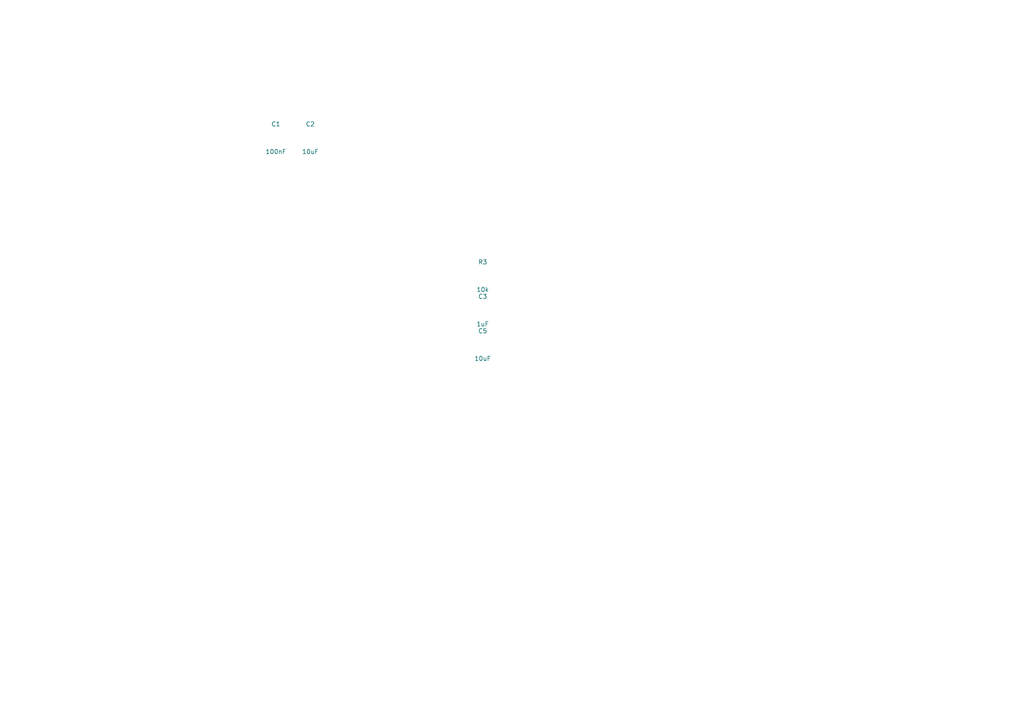
<source format=kicad_sch>
(kicad_sch
  (version 20211014)
  (generator "schematic-agent")
  (paper "A4")
  (title_block (title "Smart Humidity Sensor"))
  (symbol
    (lib_id "Connector_Generic:Conn_01x06")
    (at 100 80 0)
    (unit 1)
    (in_bom yes)
    (on_board yes)
    (uuid "2c4a7d5f-9c1b-4f3e-b0a7-8f7b2c1d3e10")
    (property "Reference" "U1" (at 100 76 0) (effects (font (size 1.27 1.27))))
    (property "Value" "ESP32-WROOM-32" (at 100 84 0) (effects (font (size 1.27 1.27))))
    (property "Footprint" "Package_QFN:QFN-38_6x6mm_P0.8mm" (at 100 86 0) (effects (font (size 1.27 1.27))) (hide yes)))
  (symbol
    (lib_id "Connector_Generic:Conn_01x06")
    (at 160 50 0)
    (unit 1)
    (in_bom yes)
    (on_board yes)
    (uuid "1f0b6a2d-3c4e-41d8-8d0a-8c4b7f1e2a33")
    (property "Reference" "U2" (at 160 46 0) (effects (font (size 1.27 1.27))))
    (property "Value" "HIH-4030-001" (at 160 54 0) (effects (font (size 1.27 1.27))))
    (property "Footprint" "Package_TO-92:TO-92-3" (at 160 56 0) (effects (font (size 1.27 1.27))) (hide yes)))
  (symbol
    (lib_id "Connector_Generic:Conn_01x06")
    (at 160 90 0)
    (unit 1)
    (in_bom yes)
    (on_board yes)
    (uuid "e8ab1d23-7d2c-4c7b-9c0f-1b2a3c4d5e6f")
    (property "Reference" "U3" (at 160 86 0) (effects (font (size 1.27 1.27))))
    (property "Value" "BQ27441" (at 160 94 0) (effects (font (size 1.27 1.27))))
    (property "Footprint" "Package_VSSOP:VSSOP-8_3x3mm_P0.5mm" (at 160 96 0) (effects (font (size 1.27 1.27))) (hide yes)))
  (symbol
    (lib_id "Device:C")
    (at 160 120 0)
    (unit 1)
    (in_bom yes)
    (on_board yes)
    (uuid "b5d6c7e8-9f0a-413b-8c2d-7e6f5a4b3c21")
    (property "Reference" "U4" (at 160 116 0) (effects (font (size 1.27 1.27))))
    (property "Value" "MCP73831" (at 160 124 0) (effects (font (size 1.27 1.27))))
    (property "Footprint" "Package_SOT:SOT-23-5" (at 160 126 0) (effects (font (size 1.27 1.27))) (hide yes)))
  (symbol
    (lib_id "Device:C")
    (at 80 40 0)
    (unit 1)
    (in_bom yes)
    (on_board yes)
    (uuid "f0a1b2c3-d4e5-46f7-98a7-b6c5d4e3f2a1")
    (property "Reference" "C1" (at 80 36 0) (effects (font (size 1.27 1.27))))
    (property "Value" "100nF" (at 80 44 0) (effects (font (size 1.27 1.27))))
    (property "Footprint" "Capacitor_0603" (at 80 46 0) (effects (font (size 1.27 1.27))) (hide yes)))
  (symbol
    (lib_id "Device:C")
    (at 90 40 0)
    (unit 1)
    (in_bom yes)
    (on_board yes)
    (uuid "c2d3e4f5-a6b7-489c-9012-3d4e5f6a7b8c")
    (property "Reference" "C2" (at 90 36 0) (effects (font (size 1.27 1.27))))
    (property "Value" "10uF" (at 90 44 0) (effects (font (size 1.27 1.27))))
    (property "Footprint" "Capacitor_0603" (at 90 46 0) (effects (font (size 1.27 1.27))) (hide yes)))
  (symbol
    (lib_id "Device:C")
    (at 140 90 0)
    (unit 1)
    (in_bom yes)
    (on_board yes)
    (uuid "4a6b7c8d-9e0f-4a1b-82c3-d4e5f6a7b8c9")
    (property "Reference" "C3" (at 140 86 0) (effects (font (size 1.27 1.27))))
    (property "Value" "1uF" (at 140 94 0) (effects (font (size 1.27 1.27))))
    (property "Footprint" "Capacitor_0603" (at 140 96 0) (effects (font (size 1.27 1.27))) (hide yes)))
  (symbol
    (lib_id "Device:C")
    (at 140 50 0)
    (unit 1)
    (in_bom yes)
    (on_board yes)
    (uuid "a1b2c3d4-e5f6-47a8-9b0c-1d2e3f4a5b6c")
    (property "Reference" "C4" (at 140 46 0) (effects (font (size 1.27 1.27))))
    (property "Value" "1uF" (at 140 54 0) (effects (font (size 1.27 1.27))))
    (property "Footprint" "Capacitor_0603" (at 140 56 0) (effects (font (size 1.27 1.27))) (hide yes)))
  (symbol
    (lib_id "Device:C")
    (at 140 100 0)
    (unit 1)
    (in_bom yes)
    (on_board yes)
    (uuid "d5e6f7a8-b9c0-4d1e-92f3-a4b5c6d7e8f9")
    (property "Reference" "C5" (at 140 96 0) (effects (font (size 1.27 1.27))))
    (property "Value" "10uF" (at 140 104 0) (effects (font (size 1.27 1.27))))
    (property "Footprint" "Capacitor_0603" (at 140 106 0) (effects (font (size 1.27 1.27))) (hide yes)))
  (symbol
    (lib_id "Device:C")
    (at 140 120 0)
    (unit 1)
    (in_bom yes)
    (on_board yes)
    (uuid "e1f2a3b4-c5d6-47e8-9f01-2a3b4c5d6e7f")
    (property "Reference" "C6" (at 140 116 0) (effects (font (size 1.27 1.27))))
    (property "Value" "1uF" (at 140 124 0) (effects (font (size 1.27 1.27))))
    (property "Footprint" "Capacitor_0603" (at 140 126 0) (effects (font (size 1.27 1.27))) (hide yes)))
  (symbol
    (lib_id "Device:R")
    (at 80 60 0)
    (unit 1)
    (in_bom yes)
    (on_board yes)
    (uuid "7b8c9d0e-1f2a-43b4-85c6-d7e8f9a0b1c2")
    (property "Reference" "R1" (at 80 56 0) (effects (font (size 1.27 1.27))))
    (property "Value" "4.7k" (at 80 64 0) (effects (font (size 1.27 1.27))))
    (property "Footprint" "Resistor_0603" (at 80 66 0) (effects (font (size 1.27 1.27))) (hide yes)))
  (symbol
    (lib_id "Device:R")
    (at 80 80 0)
    (unit 1)
    (in_bom yes)
    (on_board yes)
    (uuid "c7d8e9f0-a1b2-4c3d-95e6-f7a8b9c0d1e2")
    (property "Reference" "R2" (at 80 76 0) (effects (font (size 1.27 1.27))))
    (property "Value" "10k" (at 80 84 0) (effects (font (size 1.27 1.27))))
    (property "Footprint" "Resistor_0603" (at 80 86 0) (effects (font (size 1.27 1.27))) (hide yes)))
  (symbol
    (lib_id "Device:R")
    (at 140 80 0)
    (unit 1)
    (in_bom yes)
    (on_board yes)
    (uuid "0a1b2c3d-4e5f-4607-9812-a3b4c5d6e7f8")
    (property "Reference" "R3" (at 140 76 0) (effects (font (size 1.27 1.27))))
    (property "Value" "10k" (at 140 84 0) (effects (font (size 1.27 1.27))))
    (property "Footprint" "Resistor_0603" (at 140 86 0) (effects (font (size 1.27 1.27))) (hide yes)))
  (symbol
    (lib_id "Connector_Generic:Conn_01x02")
    (at 40 120 0)
    (unit 1)
    (in_bom yes)
    (on_board yes)
    (uuid "9f8e7d6c-5b4a-4132-9a8b-0c1d2e3f4a5b")
    (property "Reference" "J1" (at 40 116 0) (effects (font (size 1.27 1.27))))
    (property "Value" "PH-2" (at 40 124 0) (effects (font (size 1.27 1.27))))
    (property "Footprint" "Connector_JST:PH-2" (at 40 126 0) (effects (font (size 1.27 1.27))) (hide yes)))
  (symbol
    (lib_id "Connector_Generic:Conn_01x06")
    (at 40 140 0)
    (unit 1)
    (in_bom yes)
    (on_board yes)
    (uuid "a9b8c7d6-e5f4-43a2-9b1c-0d2e3f4a5b6c")
    (property "Reference" "J2" (at 40 136 0) (effects (font (size 1.27 1.27))))
    (property "Value" "10116205-0001" (at 40 144 0) (effects (font (size 1.27 1.27))))
    (property "Footprint" "Connector_USB-C:USB-C" (at 40 146 0) (effects (font (size 1.27 1.27))) (hide yes)))
)
</source>
